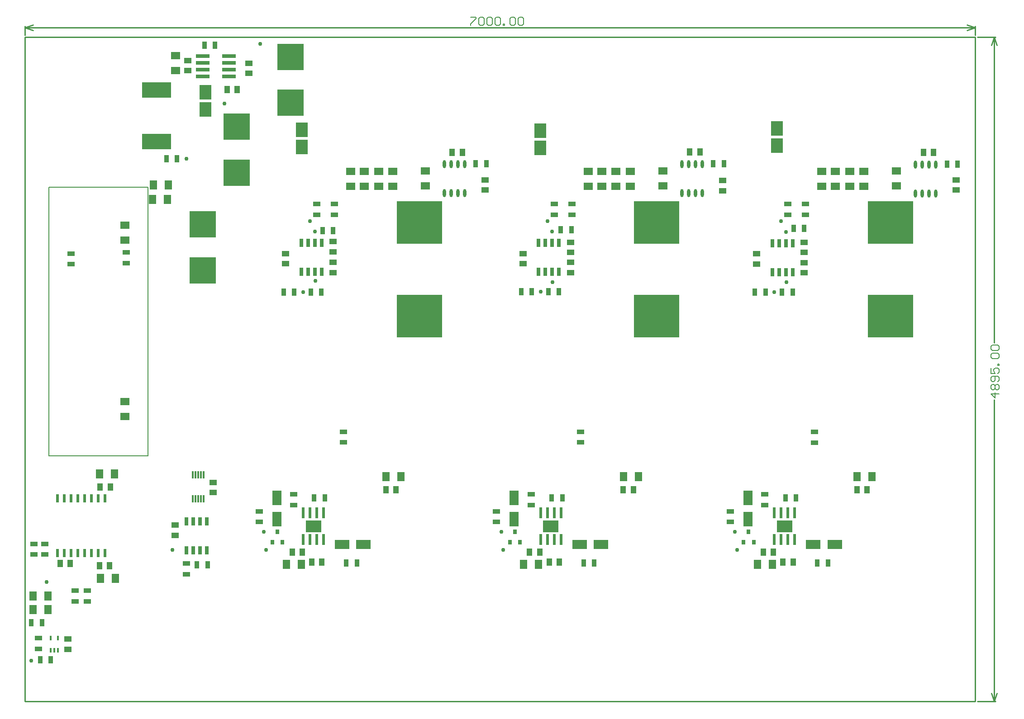
<source format=gtp>
G04*
G04 #@! TF.GenerationSoftware,Altium Limited,Altium Designer,21.9.2 (33)*
G04*
G04 Layer_Color=8421504*
%FSLAX25Y25*%
%MOIN*%
G70*
G04*
G04 #@! TF.SameCoordinates,20C0D9CC-F100-46A5-AC51-F6AD6B347EFB*
G04*
G04*
G04 #@! TF.FilePolarity,Positive*
G04*
G01*
G75*
%ADD12C,0.01000*%
%ADD15C,0.00500*%
%ADD17C,0.00600*%
%ADD18R,0.05512X0.04134*%
%ADD19R,0.04134X0.05512*%
%ADD20R,0.03543X0.05315*%
%ADD21R,0.33465X0.31496*%
%ADD22R,0.05709X0.07087*%
%ADD23R,0.01181X0.05315*%
%ADD24R,0.05315X0.03543*%
%ADD25R,0.02559X0.06102*%
%ADD26O,0.02362X0.05906*%
%ADD27C,0.03000*%
%ADD28R,0.09843X0.02756*%
%ADD29R,0.03150X0.03543*%
%ADD30R,0.07087X0.05709*%
%ADD31R,0.08898X0.11024*%
%ADD32R,0.21260X0.11417*%
%ADD33R,0.19685X0.19685*%
%ADD34R,0.01575X0.03543*%
%ADD35R,0.06890X0.05709*%
%ADD36R,0.02362X0.07874*%
%ADD37R,0.11614X0.08858*%
%ADD38R,0.06693X0.10630*%
%ADD39R,0.10630X0.06693*%
%ADD40R,0.02362X0.05906*%
D12*
Y0D02*
Y489500D01*
X700000D01*
Y0D02*
Y489500D01*
X0Y0D02*
X700000D01*
X712000Y6000D02*
X714000Y0D01*
X716000Y6000D01*
X714000Y489500D02*
X716000Y483500D01*
X712000D02*
X714000Y489500D01*
Y0D02*
Y222056D01*
Y264244D02*
Y489500D01*
X701500Y0D02*
X715000D01*
X701500Y489500D02*
X715000D01*
X0Y496500D02*
X6000Y498500D01*
X0Y496500D02*
X6000Y494500D01*
X694000D02*
X700000Y496500D01*
X694000Y498500D02*
X700000Y496500D01*
X0D02*
X700000D01*
X0D02*
X700000D01*
X0Y491000D02*
Y497500D01*
X700000Y491000D02*
Y497500D01*
D15*
X17504Y181004D02*
X90496D01*
Y378996D01*
X17504D02*
X90496D01*
X17504Y181004D02*
Y378996D01*
Y181004D02*
X90496D01*
Y378996D01*
X17504D02*
X90496D01*
X17504Y181004D02*
Y378996D01*
D17*
X717599Y226655D02*
X711601D01*
X714600Y223656D01*
Y227655D01*
X712601Y229654D02*
X711601Y230654D01*
Y232653D01*
X712601Y233653D01*
X713600D01*
X714600Y232653D01*
X715600Y233653D01*
X716599D01*
X717599Y232653D01*
Y230654D01*
X716599Y229654D01*
X715600D01*
X714600Y230654D01*
X713600Y229654D01*
X712601D01*
X714600Y230654D02*
Y232653D01*
X716599Y235652D02*
X717599Y236652D01*
Y238651D01*
X716599Y239651D01*
X712601D01*
X711601Y238651D01*
Y236652D01*
X712601Y235652D01*
X713600D01*
X714600Y236652D01*
Y239651D01*
X711601Y245649D02*
Y241651D01*
X714600D01*
X713600Y243650D01*
Y244650D01*
X714600Y245649D01*
X716599D01*
X717599Y244650D01*
Y242650D01*
X716599Y241651D01*
X717599Y247649D02*
X716599D01*
Y248648D01*
X717599D01*
Y247649D01*
X712601Y252647D02*
X711601Y253647D01*
Y255646D01*
X712601Y256646D01*
X716599D01*
X717599Y255646D01*
Y253647D01*
X716599Y252647D01*
X712601D01*
Y258645D02*
X711601Y259645D01*
Y261644D01*
X712601Y262644D01*
X716599D01*
X717599Y261644D01*
Y259645D01*
X716599Y258645D01*
X712601D01*
X328100Y504098D02*
X332099D01*
Y503098D01*
X328100Y499100D01*
Y498100D01*
X334098Y503098D02*
X335098Y504098D01*
X337097D01*
X338097Y503098D01*
Y499100D01*
X337097Y498100D01*
X335098D01*
X334098Y499100D01*
Y503098D01*
X340096D02*
X341096Y504098D01*
X343095D01*
X344095Y503098D01*
Y499100D01*
X343095Y498100D01*
X341096D01*
X340096Y499100D01*
Y503098D01*
X346094D02*
X347094Y504098D01*
X349093D01*
X350093Y503098D01*
Y499100D01*
X349093Y498100D01*
X347094D01*
X346094Y499100D01*
Y503098D01*
X352092Y498100D02*
Y499100D01*
X353092D01*
Y498100D01*
X352092D01*
X357091Y503098D02*
X358090Y504098D01*
X360090D01*
X361089Y503098D01*
Y499100D01*
X360090Y498100D01*
X358090D01*
X357091Y499100D01*
Y503098D01*
X363089D02*
X364088Y504098D01*
X366088D01*
X367087Y503098D01*
Y499100D01*
X366088Y498100D01*
X364088D01*
X363089Y499100D01*
Y503098D01*
D18*
X165000Y470240D02*
D03*
Y462760D02*
D03*
X574000Y338240D02*
D03*
Y330760D02*
D03*
X686000Y384240D02*
D03*
Y376760D02*
D03*
X514000Y383740D02*
D03*
Y376260D02*
D03*
X227000Y331260D02*
D03*
Y338740D02*
D03*
X402000Y330760D02*
D03*
Y338240D02*
D03*
X339000Y376760D02*
D03*
Y384240D02*
D03*
X366816Y329961D02*
D03*
Y322480D02*
D03*
X401816Y323461D02*
D03*
Y315980D02*
D03*
X120000Y472240D02*
D03*
Y464760D02*
D03*
X138500Y153760D02*
D03*
Y161240D02*
D03*
X110500Y129740D02*
D03*
Y122260D02*
D03*
X191900Y329940D02*
D03*
Y322460D02*
D03*
X226900Y323440D02*
D03*
Y315960D02*
D03*
X539000Y329740D02*
D03*
Y322260D02*
D03*
X574000Y323240D02*
D03*
Y315760D02*
D03*
X31500Y45740D02*
D03*
Y38260D02*
D03*
D19*
X148760Y451000D02*
D03*
X156240D02*
D03*
X25760Y101500D02*
D03*
X33240D02*
D03*
X489576Y404720D02*
D03*
X497056D02*
D03*
X322140Y404700D02*
D03*
X314660D02*
D03*
X661760Y404500D02*
D03*
X669240D02*
D03*
X62240Y100000D02*
D03*
X54760D02*
D03*
X62740Y158000D02*
D03*
X55260D02*
D03*
X558260Y102500D02*
D03*
X565740D02*
D03*
X620240Y156000D02*
D03*
X612760D02*
D03*
X543760Y110000D02*
D03*
X551240D02*
D03*
X273201Y156020D02*
D03*
X265721D02*
D03*
X211221Y102520D02*
D03*
X218701D02*
D03*
X196721Y110020D02*
D03*
X204201D02*
D03*
X448059Y156000D02*
D03*
X440579D02*
D03*
X386079Y102500D02*
D03*
X393559D02*
D03*
X371579Y110000D02*
D03*
X379059D02*
D03*
D20*
X219063Y347000D02*
D03*
X226937D02*
D03*
X394563Y347500D02*
D03*
X402437D02*
D03*
X573937Y348500D02*
D03*
X566063D02*
D03*
X506879Y396220D02*
D03*
X514753D02*
D03*
X365379Y301720D02*
D03*
X373253D02*
D03*
X393253D02*
D03*
X385379D02*
D03*
X134437Y100500D02*
D03*
X126563D02*
D03*
X331963Y396200D02*
D03*
X339837D02*
D03*
X190463Y301700D02*
D03*
X198337D02*
D03*
X218337D02*
D03*
X210463D02*
D03*
X686937Y396000D02*
D03*
X679063D02*
D03*
X537563Y301500D02*
D03*
X545437D02*
D03*
X565437D02*
D03*
X557563D02*
D03*
X139937Y483500D02*
D03*
X132063D02*
D03*
X111937Y400000D02*
D03*
X104063D02*
D03*
X12437Y58000D02*
D03*
X4563D02*
D03*
X18937Y30500D02*
D03*
X11063D02*
D03*
X560063Y150000D02*
D03*
X567937D02*
D03*
X583563Y102000D02*
D03*
X591437D02*
D03*
X236524Y102020D02*
D03*
X244398D02*
D03*
X213024Y150020D02*
D03*
X220898D02*
D03*
X411382Y102000D02*
D03*
X419256D02*
D03*
X387882Y150000D02*
D03*
X395756D02*
D03*
D21*
X290461Y352984D02*
D03*
Y284020D02*
D03*
X465319Y352965D02*
D03*
Y284000D02*
D03*
X637500D02*
D03*
Y352965D02*
D03*
D22*
X17012Y77500D02*
D03*
X5988D02*
D03*
X94488Y380500D02*
D03*
X105512D02*
D03*
X105012Y370000D02*
D03*
X93988D02*
D03*
X55488Y90500D02*
D03*
X66512D02*
D03*
X54988Y167500D02*
D03*
X66012D02*
D03*
X5988Y67500D02*
D03*
X17012D02*
D03*
X612988Y165500D02*
D03*
X624012D02*
D03*
X539488Y101000D02*
D03*
X550512D02*
D03*
X265949Y165520D02*
D03*
X276972D02*
D03*
X192449Y101020D02*
D03*
X203472D02*
D03*
X440807Y165500D02*
D03*
X451831D02*
D03*
X367307Y101000D02*
D03*
X378331D02*
D03*
D23*
X123563Y149240D02*
D03*
X125531D02*
D03*
X127500D02*
D03*
X129469D02*
D03*
X131437D02*
D03*
X123563Y166760D02*
D03*
X125531D02*
D03*
X127500D02*
D03*
X129469D02*
D03*
X131437D02*
D03*
D24*
X119000Y93563D02*
D03*
Y101437D02*
D03*
X409316Y198658D02*
D03*
Y190784D02*
D03*
X234400Y198637D02*
D03*
Y190763D02*
D03*
X172461Y132083D02*
D03*
Y139957D02*
D03*
X347319Y132063D02*
D03*
Y139937D02*
D03*
X519500D02*
D03*
Y132063D02*
D03*
X581500Y198437D02*
D03*
Y190563D02*
D03*
X74500Y330874D02*
D03*
Y323000D02*
D03*
X14500Y108063D02*
D03*
Y115937D02*
D03*
X6500D02*
D03*
Y108063D02*
D03*
X37000Y81437D02*
D03*
Y73563D02*
D03*
X46000Y81437D02*
D03*
Y73563D02*
D03*
X10000Y38563D02*
D03*
Y46437D02*
D03*
X545000Y144563D02*
D03*
Y152437D02*
D03*
X562000Y358563D02*
D03*
Y366437D02*
D03*
X575000D02*
D03*
Y358563D02*
D03*
X227961Y366457D02*
D03*
Y358583D02*
D03*
X214961D02*
D03*
Y366457D02*
D03*
X197961Y144583D02*
D03*
Y152457D02*
D03*
X402819Y366437D02*
D03*
Y358563D02*
D03*
X389819D02*
D03*
Y366437D02*
D03*
X372819Y144563D02*
D03*
Y152437D02*
D03*
X34000Y322063D02*
D03*
Y329937D02*
D03*
D25*
X134000Y132630D02*
D03*
X129000D02*
D03*
X124000D02*
D03*
X119000D02*
D03*
X134000Y111370D02*
D03*
X129000D02*
D03*
X124000D02*
D03*
X119000D02*
D03*
X393316Y337850D02*
D03*
X388316D02*
D03*
X383316D02*
D03*
X378316D02*
D03*
X393316Y316590D02*
D03*
X388316D02*
D03*
X383316D02*
D03*
X378316D02*
D03*
X218400Y337830D02*
D03*
X213400D02*
D03*
X208400D02*
D03*
X203400D02*
D03*
X218400Y316570D02*
D03*
X213400D02*
D03*
X208400D02*
D03*
X203400D02*
D03*
X565500Y337630D02*
D03*
X560500D02*
D03*
X555500D02*
D03*
X550500D02*
D03*
X565500Y316370D02*
D03*
X560500D02*
D03*
X555500D02*
D03*
X550500D02*
D03*
D26*
X483816Y374590D02*
D03*
X488816D02*
D03*
X493816D02*
D03*
X498816D02*
D03*
X483816Y395850D02*
D03*
X488816D02*
D03*
X493816D02*
D03*
X498816D02*
D03*
X308900Y374570D02*
D03*
X313900D02*
D03*
X318900D02*
D03*
X323900D02*
D03*
X308900Y395830D02*
D03*
X313900D02*
D03*
X318900D02*
D03*
X323900D02*
D03*
X656000Y374370D02*
D03*
X661000D02*
D03*
X666000D02*
D03*
X671000D02*
D03*
X656000Y395630D02*
D03*
X661000D02*
D03*
X666000D02*
D03*
X671000D02*
D03*
D27*
X379816Y301720D02*
D03*
X388500Y309000D02*
D03*
X388316Y346220D02*
D03*
X108500Y111500D02*
D03*
X204900Y301700D02*
D03*
X214000Y310000D02*
D03*
X213400Y346200D02*
D03*
X523000Y125000D02*
D03*
X524500Y111500D02*
D03*
X552000Y301500D02*
D03*
X561000Y309000D02*
D03*
X560500Y346000D02*
D03*
X147000Y440500D02*
D03*
X4500Y30000D02*
D03*
X557000Y354000D02*
D03*
X209961Y354020D02*
D03*
X384819Y354000D02*
D03*
X177461Y111520D02*
D03*
X175961Y125020D02*
D03*
X352319Y111500D02*
D03*
X350819Y125000D02*
D03*
X173100Y484400D02*
D03*
X119000Y400000D02*
D03*
X16000Y88000D02*
D03*
D28*
X130854Y475500D02*
D03*
Y470500D02*
D03*
Y465500D02*
D03*
Y460500D02*
D03*
X150146Y475500D02*
D03*
Y470500D02*
D03*
Y465500D02*
D03*
Y460500D02*
D03*
D29*
X185961Y124957D02*
D03*
X189701Y117083D02*
D03*
X182220D02*
D03*
X360819Y124937D02*
D03*
X364559Y117063D02*
D03*
X357079D02*
D03*
X529260D02*
D03*
X536740D02*
D03*
X533000Y124937D02*
D03*
D30*
X111000Y464988D02*
D03*
Y476012D02*
D03*
X597000Y390512D02*
D03*
Y379488D02*
D03*
X618000D02*
D03*
Y390512D02*
D03*
X587000Y390524D02*
D03*
Y379500D02*
D03*
X607500Y379488D02*
D03*
Y390512D02*
D03*
X249961Y390531D02*
D03*
Y379508D02*
D03*
X239961Y390543D02*
D03*
Y379520D02*
D03*
X260461Y379508D02*
D03*
Y390531D02*
D03*
X270961Y379508D02*
D03*
Y390531D02*
D03*
X424819Y390512D02*
D03*
Y379488D02*
D03*
X414819Y390524D02*
D03*
Y379500D02*
D03*
X435319Y379488D02*
D03*
Y390512D02*
D03*
X445819Y379488D02*
D03*
Y390512D02*
D03*
X73500Y351012D02*
D03*
Y339988D02*
D03*
Y221012D02*
D03*
Y209988D02*
D03*
D31*
X133000Y448799D02*
D03*
Y436201D02*
D03*
X554000Y422299D02*
D03*
Y409701D02*
D03*
X379500Y420598D02*
D03*
Y408000D02*
D03*
X204000Y421299D02*
D03*
Y408701D02*
D03*
D32*
X97000Y450595D02*
D03*
Y412405D02*
D03*
D33*
X156000Y423410D02*
D03*
Y389551D02*
D03*
X131000Y317571D02*
D03*
Y351429D02*
D03*
X195500Y474929D02*
D03*
Y441071D02*
D03*
D34*
X18941Y46528D02*
D03*
X24059D02*
D03*
Y37472D02*
D03*
X21500D02*
D03*
X18941D02*
D03*
D35*
X294961Y391032D02*
D03*
Y380008D02*
D03*
X469819Y391012D02*
D03*
Y379988D02*
D03*
X642000Y391012D02*
D03*
Y379988D02*
D03*
D36*
X567000Y138842D02*
D03*
X562000D02*
D03*
X557000D02*
D03*
X552000D02*
D03*
X567000Y119158D02*
D03*
X562000D02*
D03*
X557000D02*
D03*
X552000D02*
D03*
X219961Y138862D02*
D03*
X214961D02*
D03*
X209961D02*
D03*
X204961D02*
D03*
X219961Y119177D02*
D03*
X214961D02*
D03*
X209961D02*
D03*
X204961D02*
D03*
X394819Y138842D02*
D03*
X389819D02*
D03*
X384819D02*
D03*
X379819D02*
D03*
X394819Y119158D02*
D03*
X389819D02*
D03*
X384819D02*
D03*
X379819D02*
D03*
D37*
X559500Y129000D02*
D03*
X212461Y129020D02*
D03*
X387319Y129000D02*
D03*
D38*
X532500Y149874D02*
D03*
Y134126D02*
D03*
X185461Y149894D02*
D03*
Y134146D02*
D03*
X360319Y149874D02*
D03*
Y134126D02*
D03*
D39*
X596374Y115500D02*
D03*
X580626D02*
D03*
X249335Y115520D02*
D03*
X233587D02*
D03*
X424193Y115500D02*
D03*
X408445D02*
D03*
D40*
X24000Y109343D02*
D03*
X29000D02*
D03*
X34000D02*
D03*
X39000D02*
D03*
X44000D02*
D03*
X49000D02*
D03*
X54000D02*
D03*
X59000D02*
D03*
X24000Y149657D02*
D03*
X29000D02*
D03*
X34000D02*
D03*
X39000D02*
D03*
X44000D02*
D03*
X49000D02*
D03*
X54000D02*
D03*
X59000D02*
D03*
M02*

</source>
